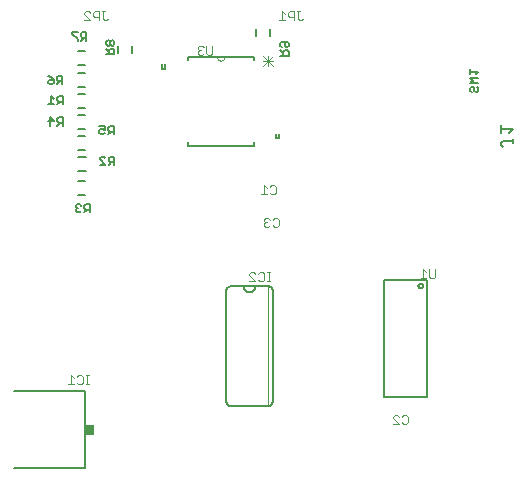
<source format=gbo>
G75*
G70*
%OFA0B0*%
%FSLAX24Y24*%
%IPPOS*%
%LPD*%
%AMOC8*
5,1,8,0,0,1.08239X$1,22.5*
%
%ADD10C,0.0060*%
%ADD11C,0.0000*%
%ADD12C,0.0030*%
%ADD13C,0.0020*%
%ADD14C,0.0050*%
%ADD15C,0.0080*%
%ADD16R,0.0300X0.0340*%
D10*
X010921Y005246D02*
X010921Y008946D01*
X010923Y008969D01*
X010928Y008992D01*
X010937Y009014D01*
X010950Y009034D01*
X010965Y009052D01*
X010983Y009067D01*
X011003Y009080D01*
X011025Y009089D01*
X011048Y009094D01*
X011071Y009096D01*
X012311Y009096D01*
X012334Y009094D01*
X012357Y009089D01*
X012379Y009080D01*
X012399Y009067D01*
X012417Y009052D01*
X012432Y009034D01*
X012445Y009014D01*
X012454Y008992D01*
X012459Y008969D01*
X012461Y008946D01*
X012461Y005246D01*
X012459Y005223D01*
X012454Y005200D01*
X012445Y005178D01*
X012432Y005158D01*
X012417Y005140D01*
X012399Y005125D01*
X012379Y005112D01*
X012357Y005103D01*
X012334Y005098D01*
X012311Y005096D01*
X011071Y005096D01*
X011048Y005098D01*
X011025Y005103D01*
X011003Y005112D01*
X010983Y005125D01*
X010965Y005140D01*
X010950Y005158D01*
X010937Y005178D01*
X010928Y005200D01*
X010923Y005223D01*
X010921Y005246D01*
X011491Y009096D02*
X011493Y009069D01*
X011498Y009042D01*
X011508Y009016D01*
X011520Y008992D01*
X011536Y008970D01*
X011554Y008950D01*
X011576Y008933D01*
X011599Y008918D01*
X011624Y008908D01*
X011650Y008900D01*
X011677Y008896D01*
X011705Y008896D01*
X011732Y008900D01*
X011758Y008908D01*
X011783Y008918D01*
X011806Y008933D01*
X011828Y008950D01*
X011846Y008970D01*
X011862Y008992D01*
X011874Y009016D01*
X011884Y009042D01*
X011889Y009069D01*
X011891Y009096D01*
X016183Y009293D02*
X016183Y005411D01*
X017607Y005411D01*
X017607Y009293D01*
X016183Y009293D01*
X017317Y009102D02*
X017319Y009119D01*
X017325Y009136D01*
X017334Y009151D01*
X017346Y009163D01*
X017361Y009172D01*
X017378Y009178D01*
X017395Y009180D01*
X017412Y009178D01*
X017429Y009172D01*
X017444Y009163D01*
X017456Y009151D01*
X017465Y009136D01*
X017471Y009119D01*
X017473Y009102D01*
X017471Y009085D01*
X017465Y009068D01*
X017456Y009053D01*
X017444Y009041D01*
X017429Y009032D01*
X017412Y009026D01*
X017395Y009024D01*
X017378Y009026D01*
X017361Y009032D01*
X017346Y009041D01*
X017334Y009053D01*
X017325Y009068D01*
X017319Y009085D01*
X017317Y009102D01*
X012684Y014024D02*
X012584Y014024D01*
X012584Y014174D01*
X012684Y014174D02*
X012684Y014024D01*
X011834Y013884D02*
X011834Y013774D01*
X009634Y013774D01*
X009634Y013884D01*
X008884Y016334D02*
X008884Y016484D01*
X008784Y016484D02*
X008784Y016334D01*
X008884Y016334D01*
X009634Y016624D02*
X009634Y016734D01*
X010614Y016734D01*
X010854Y016734D01*
X011834Y016734D01*
X011834Y016624D01*
X011907Y017419D02*
X011907Y017655D01*
X012380Y017655D02*
X012380Y017419D01*
X007773Y017100D02*
X007773Y016864D01*
X007301Y016864D02*
X007301Y017100D01*
X006206Y016939D02*
X005970Y016939D01*
X005970Y016466D02*
X006206Y016466D01*
X006210Y016191D02*
X005974Y016191D01*
X005974Y015718D02*
X006210Y015718D01*
X006214Y015513D02*
X005978Y015513D01*
X005978Y015041D02*
X006214Y015041D01*
X006214Y014813D02*
X005978Y014813D01*
X005978Y014340D02*
X006214Y014340D01*
X006218Y014104D02*
X005982Y014104D01*
X005982Y013631D02*
X006218Y013631D01*
X006226Y013395D02*
X005990Y013395D01*
X005990Y012923D02*
X006226Y012923D01*
X006222Y012608D02*
X005986Y012608D01*
X005986Y012135D02*
X006222Y012135D01*
D11*
X010614Y016734D02*
X010616Y016713D01*
X010621Y016693D01*
X010630Y016674D01*
X010642Y016657D01*
X010657Y016642D01*
X010674Y016630D01*
X010693Y016621D01*
X010713Y016616D01*
X010734Y016614D01*
X010755Y016616D01*
X010775Y016621D01*
X010794Y016630D01*
X010811Y016642D01*
X010826Y016657D01*
X010838Y016674D01*
X010847Y016693D01*
X010852Y016713D01*
X010854Y016734D01*
D12*
X012155Y016751D02*
X012469Y016437D01*
X012469Y016594D02*
X012155Y016594D01*
X012155Y016437D02*
X012469Y016751D01*
X012312Y016751D02*
X012312Y016437D01*
X012686Y017960D02*
X012880Y017960D01*
X012783Y017960D02*
X012783Y018251D01*
X012880Y018154D01*
X012981Y018202D02*
X012981Y018105D01*
X013029Y018057D01*
X013175Y018057D01*
X013175Y017960D02*
X013175Y018251D01*
X013029Y018251D01*
X012981Y018202D01*
X013276Y018251D02*
X013373Y018251D01*
X013324Y018251D02*
X013324Y018009D01*
X013373Y017960D01*
X013421Y017960D01*
X013469Y018009D01*
X012516Y012450D02*
X012564Y012402D01*
X012564Y012208D01*
X012516Y012160D01*
X012419Y012160D01*
X012371Y012208D01*
X012269Y012160D02*
X012076Y012160D01*
X012173Y012160D02*
X012173Y012450D01*
X012269Y012353D01*
X012371Y012402D02*
X012419Y012450D01*
X012516Y012450D01*
X012517Y011364D02*
X012614Y011364D01*
X012662Y011315D01*
X012662Y011122D01*
X012614Y011073D01*
X012517Y011073D01*
X012469Y011122D01*
X012368Y011122D02*
X012319Y011073D01*
X012223Y011073D01*
X012174Y011122D01*
X012174Y011170D01*
X012223Y011218D01*
X012271Y011218D01*
X012223Y011218D02*
X012174Y011267D01*
X012174Y011315D01*
X012223Y011364D01*
X012319Y011364D01*
X012368Y011315D01*
X012469Y011315D02*
X012517Y011364D01*
X012376Y009551D02*
X012279Y009551D01*
X012327Y009551D02*
X012327Y009261D01*
X012279Y009261D02*
X012376Y009261D01*
X012179Y009309D02*
X012179Y009503D01*
X012131Y009551D01*
X012034Y009551D01*
X011986Y009503D01*
X011884Y009503D02*
X011836Y009551D01*
X011739Y009551D01*
X011691Y009503D01*
X011691Y009455D01*
X011884Y009261D01*
X011691Y009261D01*
X011986Y009309D02*
X012034Y009261D01*
X012131Y009261D01*
X012179Y009309D01*
X016527Y004796D02*
X016624Y004796D01*
X016672Y004748D01*
X016773Y004748D02*
X016822Y004796D01*
X016919Y004796D01*
X016967Y004748D01*
X016967Y004554D01*
X016919Y004506D01*
X016822Y004506D01*
X016773Y004554D01*
X016672Y004506D02*
X016479Y004699D01*
X016479Y004748D01*
X016527Y004796D01*
X016479Y004506D02*
X016672Y004506D01*
X017392Y009367D02*
X017586Y009367D01*
X017489Y009367D02*
X017489Y009657D01*
X017586Y009560D01*
X017687Y009657D02*
X017687Y009415D01*
X017735Y009367D01*
X017832Y009367D01*
X017880Y009415D01*
X017880Y009657D01*
X006969Y018009D02*
X006921Y017960D01*
X006873Y017960D01*
X006824Y018009D01*
X006824Y018251D01*
X006776Y018251D02*
X006873Y018251D01*
X006675Y018251D02*
X006675Y017960D01*
X006675Y018057D02*
X006529Y018057D01*
X006481Y018105D01*
X006481Y018202D01*
X006529Y018251D01*
X006675Y018251D01*
X006380Y018202D02*
X006332Y018251D01*
X006235Y018251D01*
X006186Y018202D01*
X006186Y018154D01*
X006380Y017960D01*
X006186Y017960D01*
X006328Y006118D02*
X006231Y006118D01*
X006279Y006118D02*
X006279Y005828D01*
X006231Y005828D02*
X006328Y005828D01*
X006131Y005876D02*
X006131Y006069D01*
X006083Y006118D01*
X005986Y006118D01*
X005938Y006069D01*
X005836Y006021D02*
X005740Y006118D01*
X005740Y005828D01*
X005836Y005828D02*
X005643Y005828D01*
X005938Y005876D02*
X005986Y005828D01*
X006083Y005828D01*
X006131Y005876D01*
D13*
X012321Y005096D02*
X012321Y009096D01*
X010404Y016814D02*
X010304Y016814D01*
X010254Y016864D01*
X010254Y017114D01*
X010159Y017064D02*
X010109Y017114D01*
X010009Y017114D01*
X009959Y017064D01*
X009959Y017014D01*
X010009Y016964D01*
X009959Y016914D01*
X009959Y016864D01*
X010009Y016814D01*
X010109Y016814D01*
X010159Y016864D01*
X010059Y016964D02*
X010009Y016964D01*
X010404Y016814D02*
X010454Y016864D01*
X010454Y017114D01*
D14*
X012723Y017112D02*
X012723Y017202D01*
X012768Y017248D01*
X012948Y017248D01*
X012994Y017202D01*
X012994Y017112D01*
X012948Y017067D01*
X012903Y017067D01*
X012858Y017112D01*
X012858Y017248D01*
X012723Y017112D02*
X012768Y017067D01*
X012723Y016953D02*
X012813Y016863D01*
X012813Y016908D02*
X012813Y016773D01*
X012723Y016773D02*
X012994Y016773D01*
X012994Y016908D01*
X012948Y016953D01*
X012858Y016953D01*
X012813Y016908D01*
X007187Y016953D02*
X007142Y016998D01*
X007052Y016998D01*
X007007Y016953D01*
X007007Y016818D01*
X007007Y016908D02*
X006917Y016998D01*
X006962Y017112D02*
X006917Y017157D01*
X006917Y017247D01*
X006962Y017292D01*
X007007Y017292D01*
X007052Y017247D01*
X007052Y017157D01*
X007097Y017112D01*
X007142Y017112D01*
X007187Y017157D01*
X007187Y017247D01*
X007142Y017292D01*
X007097Y017292D01*
X007052Y017247D01*
X007052Y017157D02*
X007007Y017112D01*
X006962Y017112D01*
X007187Y016953D02*
X007187Y016818D01*
X006917Y016818D01*
X006252Y017282D02*
X006252Y017553D01*
X006117Y017553D01*
X006072Y017508D01*
X006072Y017417D01*
X006117Y017372D01*
X006252Y017372D01*
X006162Y017372D02*
X006072Y017282D01*
X005958Y017282D02*
X005958Y017327D01*
X005778Y017508D01*
X005778Y017553D01*
X005958Y017553D01*
X005456Y016105D02*
X005321Y016105D01*
X005276Y016060D01*
X005276Y015969D01*
X005321Y015924D01*
X005456Y015924D01*
X005366Y015924D02*
X005276Y015834D01*
X005162Y015879D02*
X005117Y015834D01*
X005027Y015834D01*
X004982Y015879D01*
X004982Y015924D01*
X005027Y015969D01*
X005162Y015969D01*
X005162Y015879D01*
X005162Y015969D02*
X005072Y016060D01*
X004982Y016105D01*
X005456Y016105D02*
X005456Y015834D01*
X005460Y015427D02*
X005325Y015427D01*
X005280Y015382D01*
X005280Y015292D01*
X005325Y015247D01*
X005460Y015247D01*
X005370Y015247D02*
X005280Y015157D01*
X005166Y015157D02*
X004986Y015157D01*
X005076Y015157D02*
X005076Y015427D01*
X005166Y015337D01*
X005460Y015427D02*
X005460Y015157D01*
X005464Y014718D02*
X005329Y014718D01*
X005284Y014673D01*
X005284Y014583D01*
X005329Y014538D01*
X005464Y014538D01*
X005374Y014538D02*
X005284Y014448D01*
X005170Y014583D02*
X004989Y014583D01*
X005035Y014448D02*
X005035Y014718D01*
X005170Y014583D01*
X005464Y014448D02*
X005464Y014718D01*
X006686Y014427D02*
X006866Y014427D01*
X006866Y014291D01*
X006776Y014337D01*
X006731Y014337D01*
X006686Y014291D01*
X006686Y014201D01*
X006731Y014156D01*
X006821Y014156D01*
X006866Y014201D01*
X006980Y014156D02*
X007070Y014246D01*
X007025Y014246D02*
X007160Y014246D01*
X007160Y014156D02*
X007160Y014427D01*
X007025Y014427D01*
X006980Y014382D01*
X006980Y014291D01*
X007025Y014246D01*
X007037Y013409D02*
X006992Y013364D01*
X006992Y013274D01*
X007037Y013229D01*
X007172Y013229D01*
X007082Y013229D02*
X006992Y013139D01*
X006878Y013139D02*
X006697Y013319D01*
X006697Y013364D01*
X006742Y013409D01*
X006832Y013409D01*
X006878Y013364D01*
X007037Y013409D02*
X007172Y013409D01*
X007172Y013139D01*
X006878Y013139D02*
X006697Y013139D01*
X006368Y011822D02*
X006233Y011822D01*
X006188Y011777D01*
X006188Y011687D01*
X006233Y011642D01*
X006368Y011642D01*
X006278Y011642D02*
X006188Y011552D01*
X006074Y011597D02*
X006029Y011552D01*
X005938Y011552D01*
X005893Y011597D01*
X005893Y011642D01*
X005938Y011687D01*
X005984Y011687D01*
X005938Y011687D02*
X005893Y011732D01*
X005893Y011777D01*
X005938Y011822D01*
X006029Y011822D01*
X006074Y011777D01*
X006368Y011822D02*
X006368Y011552D01*
X019053Y015606D02*
X019098Y015561D01*
X019053Y015606D02*
X019053Y015696D01*
X019098Y015741D01*
X019143Y015741D01*
X019188Y015696D01*
X019188Y015606D01*
X019233Y015561D01*
X019278Y015561D01*
X019323Y015606D01*
X019323Y015696D01*
X019278Y015741D01*
X019323Y015856D02*
X019053Y015856D01*
X019143Y015946D01*
X019053Y016036D01*
X019323Y016036D01*
X019233Y016151D02*
X019323Y016241D01*
X019053Y016241D01*
X019053Y016151D02*
X019053Y016331D01*
D15*
X006193Y003022D02*
X003833Y003023D01*
X006193Y003022D02*
X006193Y005603D01*
X003833Y005603D01*
X020060Y013806D02*
X020060Y013876D01*
X020130Y013946D01*
X020481Y013946D01*
X020481Y013876D02*
X020481Y014016D01*
X020340Y014196D02*
X020481Y014336D01*
X020060Y014336D01*
X020060Y014196D02*
X020060Y014476D01*
X020060Y013806D02*
X020130Y013736D01*
D16*
X006383Y004313D03*
M02*

</source>
